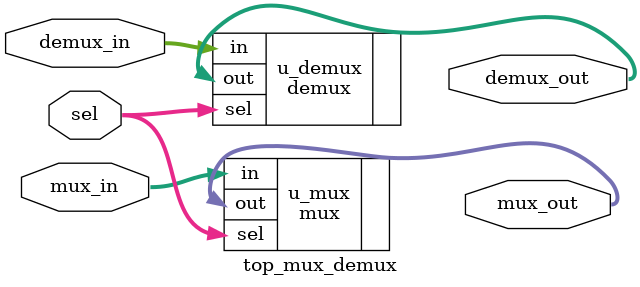
<source format=v>

/*Este modulo es para referenciarlo al "testbench" - "tb_mux_demux" y poder trabajar en conjunto la simulación
en Model Sim.*/

module top_mux_demux #(
	parameter WIDTH = 32,
	parameter CHANNELS = 4

)(
	input wire [WIDTH*CHANNELS-1:0] mux_in,
	input wire [WIDTH-1:0] demux_in,
	input wire [$clog2(CHANNELS)-1:0] sel,
	output wire [WIDTH-1:0] mux_out,
	output wire [WIDTH*CHANNELS-1:0] demux_out

);


	mux #(WIDTH, CHANNELS) u_mux (
		.in(mux_in),
		.sel(sel),
		.out(mux_out)
	);
	
	
	demux #(WIDTH, CHANNELS) u_demux (
		.in(demux_in),
		.sel(sel),
		.out(demux_out)
	);
	
endmodule


</source>
